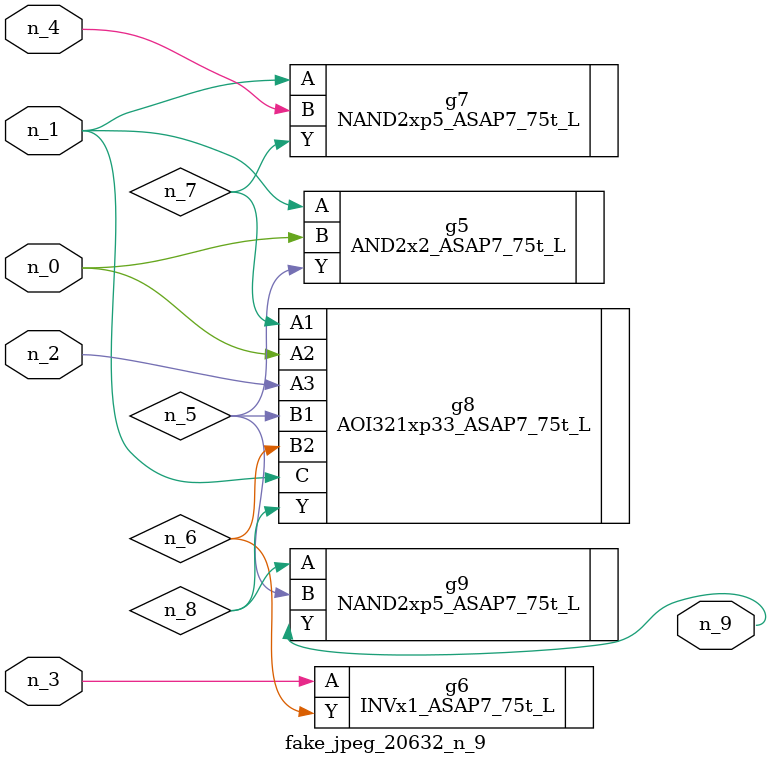
<source format=v>
module fake_jpeg_20632_n_9 (n_3, n_2, n_1, n_0, n_4, n_9);

input n_3;
input n_2;
input n_1;
input n_0;
input n_4;

output n_9;

wire n_8;
wire n_6;
wire n_5;
wire n_7;

AND2x2_ASAP7_75t_L g5 ( 
.A(n_1),
.B(n_0),
.Y(n_5)
);

INVx1_ASAP7_75t_L g6 ( 
.A(n_3),
.Y(n_6)
);

NAND2xp5_ASAP7_75t_L g7 ( 
.A(n_1),
.B(n_4),
.Y(n_7)
);

AOI321xp33_ASAP7_75t_L g8 ( 
.A1(n_7),
.A2(n_0),
.A3(n_2),
.B1(n_5),
.B2(n_6),
.C(n_1),
.Y(n_8)
);

NAND2xp5_ASAP7_75t_L g9 ( 
.A(n_8),
.B(n_5),
.Y(n_9)
);


endmodule
</source>
